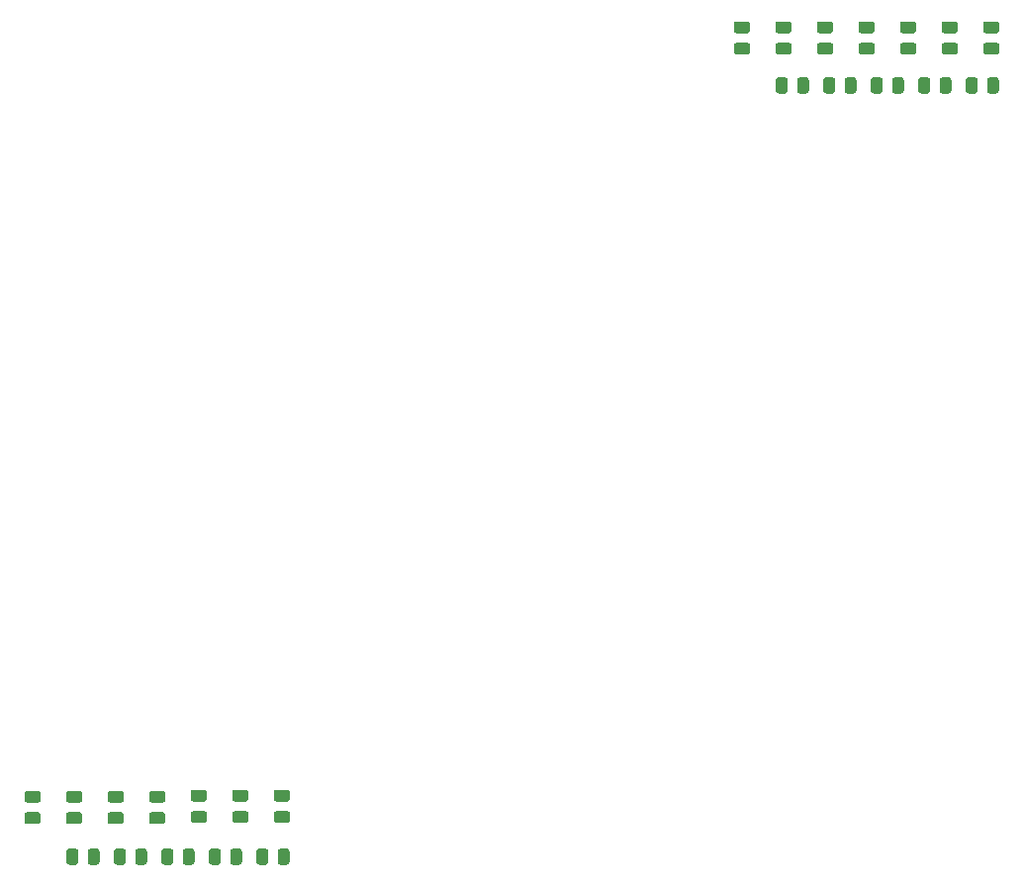
<source format=gbr>
%TF.GenerationSoftware,KiCad,Pcbnew,(5.1.10-1-10_14)*%
%TF.CreationDate,2021-08-16T01:31:51-04:00*%
%TF.ProjectId,sound,736f756e-642e-46b6-9963-61645f706362,rev?*%
%TF.SameCoordinates,Original*%
%TF.FileFunction,Paste,Top*%
%TF.FilePolarity,Positive*%
%FSLAX46Y46*%
G04 Gerber Fmt 4.6, Leading zero omitted, Abs format (unit mm)*
G04 Created by KiCad (PCBNEW (5.1.10-1-10_14)) date 2021-08-16 01:31:51*
%MOMM*%
%LPD*%
G01*
G04 APERTURE LIST*
G04 APERTURE END LIST*
%TO.C,R24*%
G36*
G01*
X207067999Y-35452000D02*
X207968001Y-35452000D01*
G75*
G02*
X208218000Y-35701999I0J-249999D01*
G01*
X208218000Y-36227001D01*
G75*
G02*
X207968001Y-36477000I-249999J0D01*
G01*
X207067999Y-36477000D01*
G75*
G02*
X206818000Y-36227001I0J249999D01*
G01*
X206818000Y-35701999D01*
G75*
G02*
X207067999Y-35452000I249999J0D01*
G01*
G37*
G36*
G01*
X207067999Y-33627000D02*
X207968001Y-33627000D01*
G75*
G02*
X208218000Y-33876999I0J-249999D01*
G01*
X208218000Y-34402001D01*
G75*
G02*
X207968001Y-34652000I-249999J0D01*
G01*
X207067999Y-34652000D01*
G75*
G02*
X206818000Y-34402001I0J249999D01*
G01*
X206818000Y-33876999D01*
G75*
G02*
X207067999Y-33627000I249999J0D01*
G01*
G37*
%TD*%
%TO.C,R23*%
G36*
G01*
X203511999Y-35452000D02*
X204412001Y-35452000D01*
G75*
G02*
X204662000Y-35701999I0J-249999D01*
G01*
X204662000Y-36227001D01*
G75*
G02*
X204412001Y-36477000I-249999J0D01*
G01*
X203511999Y-36477000D01*
G75*
G02*
X203262000Y-36227001I0J249999D01*
G01*
X203262000Y-35701999D01*
G75*
G02*
X203511999Y-35452000I249999J0D01*
G01*
G37*
G36*
G01*
X203511999Y-33627000D02*
X204412001Y-33627000D01*
G75*
G02*
X204662000Y-33876999I0J-249999D01*
G01*
X204662000Y-34402001D01*
G75*
G02*
X204412001Y-34652000I-249999J0D01*
G01*
X203511999Y-34652000D01*
G75*
G02*
X203262000Y-34402001I0J249999D01*
G01*
X203262000Y-33876999D01*
G75*
G02*
X203511999Y-33627000I249999J0D01*
G01*
G37*
%TD*%
%TO.C,R22*%
G36*
G01*
X208680000Y-39566001D02*
X208680000Y-38665999D01*
G75*
G02*
X208929999Y-38416000I249999J0D01*
G01*
X209455001Y-38416000D01*
G75*
G02*
X209705000Y-38665999I0J-249999D01*
G01*
X209705000Y-39566001D01*
G75*
G02*
X209455001Y-39816000I-249999J0D01*
G01*
X208929999Y-39816000D01*
G75*
G02*
X208680000Y-39566001I0J249999D01*
G01*
G37*
G36*
G01*
X206855000Y-39566001D02*
X206855000Y-38665999D01*
G75*
G02*
X207104999Y-38416000I249999J0D01*
G01*
X207630001Y-38416000D01*
G75*
G02*
X207880000Y-38665999I0J-249999D01*
G01*
X207880000Y-39566001D01*
G75*
G02*
X207630001Y-39816000I-249999J0D01*
G01*
X207104999Y-39816000D01*
G75*
G02*
X206855000Y-39566001I0J249999D01*
G01*
G37*
%TD*%
%TO.C,R21*%
G36*
G01*
X210623999Y-35452000D02*
X211524001Y-35452000D01*
G75*
G02*
X211774000Y-35701999I0J-249999D01*
G01*
X211774000Y-36227001D01*
G75*
G02*
X211524001Y-36477000I-249999J0D01*
G01*
X210623999Y-36477000D01*
G75*
G02*
X210374000Y-36227001I0J249999D01*
G01*
X210374000Y-35701999D01*
G75*
G02*
X210623999Y-35452000I249999J0D01*
G01*
G37*
G36*
G01*
X210623999Y-33627000D02*
X211524001Y-33627000D01*
G75*
G02*
X211774000Y-33876999I0J-249999D01*
G01*
X211774000Y-34402001D01*
G75*
G02*
X211524001Y-34652000I-249999J0D01*
G01*
X210623999Y-34652000D01*
G75*
G02*
X210374000Y-34402001I0J249999D01*
G01*
X210374000Y-33876999D01*
G75*
G02*
X210623999Y-33627000I249999J0D01*
G01*
G37*
%TD*%
%TO.C,R20*%
G36*
G01*
X212744000Y-39566001D02*
X212744000Y-38665999D01*
G75*
G02*
X212993999Y-38416000I249999J0D01*
G01*
X213519001Y-38416000D01*
G75*
G02*
X213769000Y-38665999I0J-249999D01*
G01*
X213769000Y-39566001D01*
G75*
G02*
X213519001Y-39816000I-249999J0D01*
G01*
X212993999Y-39816000D01*
G75*
G02*
X212744000Y-39566001I0J249999D01*
G01*
G37*
G36*
G01*
X210919000Y-39566001D02*
X210919000Y-38665999D01*
G75*
G02*
X211168999Y-38416000I249999J0D01*
G01*
X211694001Y-38416000D01*
G75*
G02*
X211944000Y-38665999I0J-249999D01*
G01*
X211944000Y-39566001D01*
G75*
G02*
X211694001Y-39816000I-249999J0D01*
G01*
X211168999Y-39816000D01*
G75*
G02*
X210919000Y-39566001I0J249999D01*
G01*
G37*
%TD*%
%TO.C,R19*%
G36*
G01*
X214179999Y-35452000D02*
X215080001Y-35452000D01*
G75*
G02*
X215330000Y-35701999I0J-249999D01*
G01*
X215330000Y-36227001D01*
G75*
G02*
X215080001Y-36477000I-249999J0D01*
G01*
X214179999Y-36477000D01*
G75*
G02*
X213930000Y-36227001I0J249999D01*
G01*
X213930000Y-35701999D01*
G75*
G02*
X214179999Y-35452000I249999J0D01*
G01*
G37*
G36*
G01*
X214179999Y-33627000D02*
X215080001Y-33627000D01*
G75*
G02*
X215330000Y-33876999I0J-249999D01*
G01*
X215330000Y-34402001D01*
G75*
G02*
X215080001Y-34652000I-249999J0D01*
G01*
X214179999Y-34652000D01*
G75*
G02*
X213930000Y-34402001I0J249999D01*
G01*
X213930000Y-33876999D01*
G75*
G02*
X214179999Y-33627000I249999J0D01*
G01*
G37*
%TD*%
%TO.C,R18*%
G36*
G01*
X216808000Y-39566001D02*
X216808000Y-38665999D01*
G75*
G02*
X217057999Y-38416000I249999J0D01*
G01*
X217583001Y-38416000D01*
G75*
G02*
X217833000Y-38665999I0J-249999D01*
G01*
X217833000Y-39566001D01*
G75*
G02*
X217583001Y-39816000I-249999J0D01*
G01*
X217057999Y-39816000D01*
G75*
G02*
X216808000Y-39566001I0J249999D01*
G01*
G37*
G36*
G01*
X214983000Y-39566001D02*
X214983000Y-38665999D01*
G75*
G02*
X215232999Y-38416000I249999J0D01*
G01*
X215758001Y-38416000D01*
G75*
G02*
X216008000Y-38665999I0J-249999D01*
G01*
X216008000Y-39566001D01*
G75*
G02*
X215758001Y-39816000I-249999J0D01*
G01*
X215232999Y-39816000D01*
G75*
G02*
X214983000Y-39566001I0J249999D01*
G01*
G37*
%TD*%
%TO.C,R17*%
G36*
G01*
X217735999Y-35452000D02*
X218636001Y-35452000D01*
G75*
G02*
X218886000Y-35701999I0J-249999D01*
G01*
X218886000Y-36227001D01*
G75*
G02*
X218636001Y-36477000I-249999J0D01*
G01*
X217735999Y-36477000D01*
G75*
G02*
X217486000Y-36227001I0J249999D01*
G01*
X217486000Y-35701999D01*
G75*
G02*
X217735999Y-35452000I249999J0D01*
G01*
G37*
G36*
G01*
X217735999Y-33627000D02*
X218636001Y-33627000D01*
G75*
G02*
X218886000Y-33876999I0J-249999D01*
G01*
X218886000Y-34402001D01*
G75*
G02*
X218636001Y-34652000I-249999J0D01*
G01*
X217735999Y-34652000D01*
G75*
G02*
X217486000Y-34402001I0J249999D01*
G01*
X217486000Y-33876999D01*
G75*
G02*
X217735999Y-33627000I249999J0D01*
G01*
G37*
%TD*%
%TO.C,R16*%
G36*
G01*
X220872000Y-39566001D02*
X220872000Y-38665999D01*
G75*
G02*
X221121999Y-38416000I249999J0D01*
G01*
X221647001Y-38416000D01*
G75*
G02*
X221897000Y-38665999I0J-249999D01*
G01*
X221897000Y-39566001D01*
G75*
G02*
X221647001Y-39816000I-249999J0D01*
G01*
X221121999Y-39816000D01*
G75*
G02*
X220872000Y-39566001I0J249999D01*
G01*
G37*
G36*
G01*
X219047000Y-39566001D02*
X219047000Y-38665999D01*
G75*
G02*
X219296999Y-38416000I249999J0D01*
G01*
X219822001Y-38416000D01*
G75*
G02*
X220072000Y-38665999I0J-249999D01*
G01*
X220072000Y-39566001D01*
G75*
G02*
X219822001Y-39816000I-249999J0D01*
G01*
X219296999Y-39816000D01*
G75*
G02*
X219047000Y-39566001I0J249999D01*
G01*
G37*
%TD*%
%TO.C,R15*%
G36*
G01*
X221291999Y-35452000D02*
X222192001Y-35452000D01*
G75*
G02*
X222442000Y-35701999I0J-249999D01*
G01*
X222442000Y-36227001D01*
G75*
G02*
X222192001Y-36477000I-249999J0D01*
G01*
X221291999Y-36477000D01*
G75*
G02*
X221042000Y-36227001I0J249999D01*
G01*
X221042000Y-35701999D01*
G75*
G02*
X221291999Y-35452000I249999J0D01*
G01*
G37*
G36*
G01*
X221291999Y-33627000D02*
X222192001Y-33627000D01*
G75*
G02*
X222442000Y-33876999I0J-249999D01*
G01*
X222442000Y-34402001D01*
G75*
G02*
X222192001Y-34652000I-249999J0D01*
G01*
X221291999Y-34652000D01*
G75*
G02*
X221042000Y-34402001I0J249999D01*
G01*
X221042000Y-33876999D01*
G75*
G02*
X221291999Y-33627000I249999J0D01*
G01*
G37*
%TD*%
%TO.C,R14*%
G36*
G01*
X224936000Y-39566001D02*
X224936000Y-38665999D01*
G75*
G02*
X225185999Y-38416000I249999J0D01*
G01*
X225711001Y-38416000D01*
G75*
G02*
X225961000Y-38665999I0J-249999D01*
G01*
X225961000Y-39566001D01*
G75*
G02*
X225711001Y-39816000I-249999J0D01*
G01*
X225185999Y-39816000D01*
G75*
G02*
X224936000Y-39566001I0J249999D01*
G01*
G37*
G36*
G01*
X223111000Y-39566001D02*
X223111000Y-38665999D01*
G75*
G02*
X223360999Y-38416000I249999J0D01*
G01*
X223886001Y-38416000D01*
G75*
G02*
X224136000Y-38665999I0J-249999D01*
G01*
X224136000Y-39566001D01*
G75*
G02*
X223886001Y-39816000I-249999J0D01*
G01*
X223360999Y-39816000D01*
G75*
G02*
X223111000Y-39566001I0J249999D01*
G01*
G37*
%TD*%
%TO.C,R13*%
G36*
G01*
X224847999Y-35452000D02*
X225748001Y-35452000D01*
G75*
G02*
X225998000Y-35701999I0J-249999D01*
G01*
X225998000Y-36227001D01*
G75*
G02*
X225748001Y-36477000I-249999J0D01*
G01*
X224847999Y-36477000D01*
G75*
G02*
X224598000Y-36227001I0J249999D01*
G01*
X224598000Y-35701999D01*
G75*
G02*
X224847999Y-35452000I249999J0D01*
G01*
G37*
G36*
G01*
X224847999Y-33627000D02*
X225748001Y-33627000D01*
G75*
G02*
X225998000Y-33876999I0J-249999D01*
G01*
X225998000Y-34402001D01*
G75*
G02*
X225748001Y-34652000I-249999J0D01*
G01*
X224847999Y-34652000D01*
G75*
G02*
X224598000Y-34402001I0J249999D01*
G01*
X224598000Y-33876999D01*
G75*
G02*
X224847999Y-33627000I249999J0D01*
G01*
G37*
%TD*%
%TO.C,R12*%
G36*
G01*
X164141999Y-101238000D02*
X165042001Y-101238000D01*
G75*
G02*
X165292000Y-101487999I0J-249999D01*
G01*
X165292000Y-102013001D01*
G75*
G02*
X165042001Y-102263000I-249999J0D01*
G01*
X164141999Y-102263000D01*
G75*
G02*
X163892000Y-102013001I0J249999D01*
G01*
X163892000Y-101487999D01*
G75*
G02*
X164141999Y-101238000I249999J0D01*
G01*
G37*
G36*
G01*
X164141999Y-99413000D02*
X165042001Y-99413000D01*
G75*
G02*
X165292000Y-99662999I0J-249999D01*
G01*
X165292000Y-100188001D01*
G75*
G02*
X165042001Y-100438000I-249999J0D01*
G01*
X164141999Y-100438000D01*
G75*
G02*
X163892000Y-100188001I0J249999D01*
G01*
X163892000Y-99662999D01*
G75*
G02*
X164141999Y-99413000I249999J0D01*
G01*
G37*
%TD*%
%TO.C,R11*%
G36*
G01*
X164230000Y-105606001D02*
X164230000Y-104705999D01*
G75*
G02*
X164479999Y-104456000I249999J0D01*
G01*
X165005001Y-104456000D01*
G75*
G02*
X165255000Y-104705999I0J-249999D01*
G01*
X165255000Y-105606001D01*
G75*
G02*
X165005001Y-105856000I-249999J0D01*
G01*
X164479999Y-105856000D01*
G75*
G02*
X164230000Y-105606001I0J249999D01*
G01*
G37*
G36*
G01*
X162405000Y-105606001D02*
X162405000Y-104705999D01*
G75*
G02*
X162654999Y-104456000I249999J0D01*
G01*
X163180001Y-104456000D01*
G75*
G02*
X163430000Y-104705999I0J-249999D01*
G01*
X163430000Y-105606001D01*
G75*
G02*
X163180001Y-105856000I-249999J0D01*
G01*
X162654999Y-105856000D01*
G75*
G02*
X162405000Y-105606001I0J249999D01*
G01*
G37*
%TD*%
%TO.C,R10*%
G36*
G01*
X160585999Y-101238000D02*
X161486001Y-101238000D01*
G75*
G02*
X161736000Y-101487999I0J-249999D01*
G01*
X161736000Y-102013001D01*
G75*
G02*
X161486001Y-102263000I-249999J0D01*
G01*
X160585999Y-102263000D01*
G75*
G02*
X160336000Y-102013001I0J249999D01*
G01*
X160336000Y-101487999D01*
G75*
G02*
X160585999Y-101238000I249999J0D01*
G01*
G37*
G36*
G01*
X160585999Y-99413000D02*
X161486001Y-99413000D01*
G75*
G02*
X161736000Y-99662999I0J-249999D01*
G01*
X161736000Y-100188001D01*
G75*
G02*
X161486001Y-100438000I-249999J0D01*
G01*
X160585999Y-100438000D01*
G75*
G02*
X160336000Y-100188001I0J249999D01*
G01*
X160336000Y-99662999D01*
G75*
G02*
X160585999Y-99413000I249999J0D01*
G01*
G37*
%TD*%
%TO.C,R9*%
G36*
G01*
X160166000Y-105606001D02*
X160166000Y-104705999D01*
G75*
G02*
X160415999Y-104456000I249999J0D01*
G01*
X160941001Y-104456000D01*
G75*
G02*
X161191000Y-104705999I0J-249999D01*
G01*
X161191000Y-105606001D01*
G75*
G02*
X160941001Y-105856000I-249999J0D01*
G01*
X160415999Y-105856000D01*
G75*
G02*
X160166000Y-105606001I0J249999D01*
G01*
G37*
G36*
G01*
X158341000Y-105606001D02*
X158341000Y-104705999D01*
G75*
G02*
X158590999Y-104456000I249999J0D01*
G01*
X159116001Y-104456000D01*
G75*
G02*
X159366000Y-104705999I0J-249999D01*
G01*
X159366000Y-105606001D01*
G75*
G02*
X159116001Y-105856000I-249999J0D01*
G01*
X158590999Y-105856000D01*
G75*
G02*
X158341000Y-105606001I0J249999D01*
G01*
G37*
%TD*%
%TO.C,R8*%
G36*
G01*
X157029999Y-101238000D02*
X157930001Y-101238000D01*
G75*
G02*
X158180000Y-101487999I0J-249999D01*
G01*
X158180000Y-102013001D01*
G75*
G02*
X157930001Y-102263000I-249999J0D01*
G01*
X157029999Y-102263000D01*
G75*
G02*
X156780000Y-102013001I0J249999D01*
G01*
X156780000Y-101487999D01*
G75*
G02*
X157029999Y-101238000I249999J0D01*
G01*
G37*
G36*
G01*
X157029999Y-99413000D02*
X157930001Y-99413000D01*
G75*
G02*
X158180000Y-99662999I0J-249999D01*
G01*
X158180000Y-100188001D01*
G75*
G02*
X157930001Y-100438000I-249999J0D01*
G01*
X157029999Y-100438000D01*
G75*
G02*
X156780000Y-100188001I0J249999D01*
G01*
X156780000Y-99662999D01*
G75*
G02*
X157029999Y-99413000I249999J0D01*
G01*
G37*
%TD*%
%TO.C,R7*%
G36*
G01*
X156102000Y-105606001D02*
X156102000Y-104705999D01*
G75*
G02*
X156351999Y-104456000I249999J0D01*
G01*
X156877001Y-104456000D01*
G75*
G02*
X157127000Y-104705999I0J-249999D01*
G01*
X157127000Y-105606001D01*
G75*
G02*
X156877001Y-105856000I-249999J0D01*
G01*
X156351999Y-105856000D01*
G75*
G02*
X156102000Y-105606001I0J249999D01*
G01*
G37*
G36*
G01*
X154277000Y-105606001D02*
X154277000Y-104705999D01*
G75*
G02*
X154526999Y-104456000I249999J0D01*
G01*
X155052001Y-104456000D01*
G75*
G02*
X155302000Y-104705999I0J-249999D01*
G01*
X155302000Y-105606001D01*
G75*
G02*
X155052001Y-105856000I-249999J0D01*
G01*
X154526999Y-105856000D01*
G75*
G02*
X154277000Y-105606001I0J249999D01*
G01*
G37*
%TD*%
%TO.C,R6*%
G36*
G01*
X153473999Y-101341500D02*
X154374001Y-101341500D01*
G75*
G02*
X154624000Y-101591499I0J-249999D01*
G01*
X154624000Y-102116501D01*
G75*
G02*
X154374001Y-102366500I-249999J0D01*
G01*
X153473999Y-102366500D01*
G75*
G02*
X153224000Y-102116501I0J249999D01*
G01*
X153224000Y-101591499D01*
G75*
G02*
X153473999Y-101341500I249999J0D01*
G01*
G37*
G36*
G01*
X153473999Y-99516500D02*
X154374001Y-99516500D01*
G75*
G02*
X154624000Y-99766499I0J-249999D01*
G01*
X154624000Y-100291501D01*
G75*
G02*
X154374001Y-100541500I-249999J0D01*
G01*
X153473999Y-100541500D01*
G75*
G02*
X153224000Y-100291501I0J249999D01*
G01*
X153224000Y-99766499D01*
G75*
G02*
X153473999Y-99516500I249999J0D01*
G01*
G37*
%TD*%
%TO.C,R5*%
G36*
G01*
X152038000Y-105606001D02*
X152038000Y-104705999D01*
G75*
G02*
X152287999Y-104456000I249999J0D01*
G01*
X152813001Y-104456000D01*
G75*
G02*
X153063000Y-104705999I0J-249999D01*
G01*
X153063000Y-105606001D01*
G75*
G02*
X152813001Y-105856000I-249999J0D01*
G01*
X152287999Y-105856000D01*
G75*
G02*
X152038000Y-105606001I0J249999D01*
G01*
G37*
G36*
G01*
X150213000Y-105606001D02*
X150213000Y-104705999D01*
G75*
G02*
X150462999Y-104456000I249999J0D01*
G01*
X150988001Y-104456000D01*
G75*
G02*
X151238000Y-104705999I0J-249999D01*
G01*
X151238000Y-105606001D01*
G75*
G02*
X150988001Y-105856000I-249999J0D01*
G01*
X150462999Y-105856000D01*
G75*
G02*
X150213000Y-105606001I0J249999D01*
G01*
G37*
%TD*%
%TO.C,R4*%
G36*
G01*
X149917999Y-101341500D02*
X150818001Y-101341500D01*
G75*
G02*
X151068000Y-101591499I0J-249999D01*
G01*
X151068000Y-102116501D01*
G75*
G02*
X150818001Y-102366500I-249999J0D01*
G01*
X149917999Y-102366500D01*
G75*
G02*
X149668000Y-102116501I0J249999D01*
G01*
X149668000Y-101591499D01*
G75*
G02*
X149917999Y-101341500I249999J0D01*
G01*
G37*
G36*
G01*
X149917999Y-99516500D02*
X150818001Y-99516500D01*
G75*
G02*
X151068000Y-99766499I0J-249999D01*
G01*
X151068000Y-100291501D01*
G75*
G02*
X150818001Y-100541500I-249999J0D01*
G01*
X149917999Y-100541500D01*
G75*
G02*
X149668000Y-100291501I0J249999D01*
G01*
X149668000Y-99766499D01*
G75*
G02*
X149917999Y-99516500I249999J0D01*
G01*
G37*
%TD*%
%TO.C,R3*%
G36*
G01*
X147974000Y-105606001D02*
X147974000Y-104705999D01*
G75*
G02*
X148223999Y-104456000I249999J0D01*
G01*
X148749001Y-104456000D01*
G75*
G02*
X148999000Y-104705999I0J-249999D01*
G01*
X148999000Y-105606001D01*
G75*
G02*
X148749001Y-105856000I-249999J0D01*
G01*
X148223999Y-105856000D01*
G75*
G02*
X147974000Y-105606001I0J249999D01*
G01*
G37*
G36*
G01*
X146149000Y-105606001D02*
X146149000Y-104705999D01*
G75*
G02*
X146398999Y-104456000I249999J0D01*
G01*
X146924001Y-104456000D01*
G75*
G02*
X147174000Y-104705999I0J-249999D01*
G01*
X147174000Y-105606001D01*
G75*
G02*
X146924001Y-105856000I-249999J0D01*
G01*
X146398999Y-105856000D01*
G75*
G02*
X146149000Y-105606001I0J249999D01*
G01*
G37*
%TD*%
%TO.C,R2*%
G36*
G01*
X142805999Y-101341500D02*
X143706001Y-101341500D01*
G75*
G02*
X143956000Y-101591499I0J-249999D01*
G01*
X143956000Y-102116501D01*
G75*
G02*
X143706001Y-102366500I-249999J0D01*
G01*
X142805999Y-102366500D01*
G75*
G02*
X142556000Y-102116501I0J249999D01*
G01*
X142556000Y-101591499D01*
G75*
G02*
X142805999Y-101341500I249999J0D01*
G01*
G37*
G36*
G01*
X142805999Y-99516500D02*
X143706001Y-99516500D01*
G75*
G02*
X143956000Y-99766499I0J-249999D01*
G01*
X143956000Y-100291501D01*
G75*
G02*
X143706001Y-100541500I-249999J0D01*
G01*
X142805999Y-100541500D01*
G75*
G02*
X142556000Y-100291501I0J249999D01*
G01*
X142556000Y-99766499D01*
G75*
G02*
X142805999Y-99516500I249999J0D01*
G01*
G37*
%TD*%
%TO.C,R1*%
G36*
G01*
X146361999Y-101341500D02*
X147262001Y-101341500D01*
G75*
G02*
X147512000Y-101591499I0J-249999D01*
G01*
X147512000Y-102116501D01*
G75*
G02*
X147262001Y-102366500I-249999J0D01*
G01*
X146361999Y-102366500D01*
G75*
G02*
X146112000Y-102116501I0J249999D01*
G01*
X146112000Y-101591499D01*
G75*
G02*
X146361999Y-101341500I249999J0D01*
G01*
G37*
G36*
G01*
X146361999Y-99516500D02*
X147262001Y-99516500D01*
G75*
G02*
X147512000Y-99766499I0J-249999D01*
G01*
X147512000Y-100291501D01*
G75*
G02*
X147262001Y-100541500I-249999J0D01*
G01*
X146361999Y-100541500D01*
G75*
G02*
X146112000Y-100291501I0J249999D01*
G01*
X146112000Y-99766499D01*
G75*
G02*
X146361999Y-99516500I249999J0D01*
G01*
G37*
%TD*%
M02*

</source>
